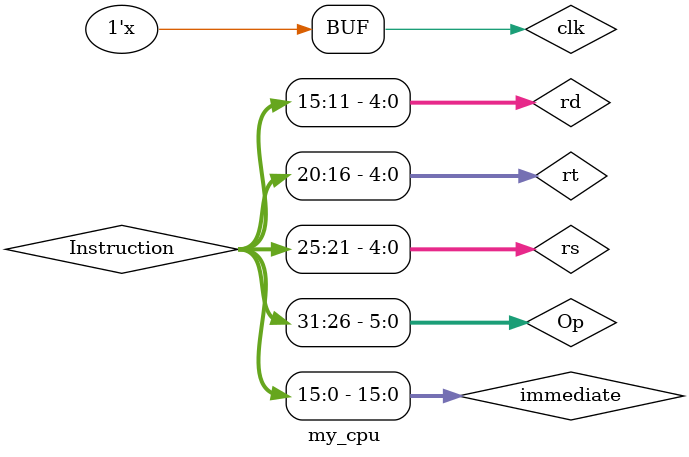
<source format=v>
`timescale 1ns / 1ps

module my_cpu();

//defination of wires and regs
	reg [31:0] PCLine;
	reg clk;
	wire [31:0] Instruction;
	wire [5:0] Op;
	wire [4:0] rs;
	wire [4:0] rt;
	wire [4:0] rd;
	wire [15:0] immediate;
	wire zero;
	wire [31:0] extended_immediate;
	wire [31:0] result;
	wire [31:0] write_data;
	wire [31:0] read_data1;
	wire [31:0] read_data2;
	//wires of control unit
	wire PCWre;
	wire ALUSrcB;
	wire ALUM2Reg;
	wire RegWre;
	wire InsMemRW;
	wire RD;
	wire WR;
	wire ExtSel;
	wire RegDst;
	wire [2:0] ALUOp;
	wire PCSrc; //We will only consider the condition of two cases
//end of defination

	//PC initial
	initial begin
		PCLine = 0;
	end
	//end of PC initial
	

//clock
	initial begin
		clk = 0;
	end
	
	always #500
		clk = ~clk;
//end of clock

//data path

	InstructionMemory instructionmemory(PCLine, Instruction);
	//destruction of instruction
	assign Op = Instruction [31:26];
	assign rs = Instruction [25:21];
	assign rt = Instruction [20:16];
	assign rd = Instruction [15:11];
	assign immediate = Instruction [15:0];
	//end of destruction
	
	
	ControlUnit controlunit(Op, zero, PCWre, ALUSrcB, ALUM2Reg, RegWre,
	                         InsMemRw, RD, WR, ExtSel, RegDst, ALUOp, PCSrc);
	
	RegisterFile registerfile (rs, rt, rd, write_data, clk, RegDst, RegWre,
										read_data1, read_data2);
	
	Extend extend (immediate, ExtSel, extended_immediate);
	
	ALU alu (read_data1, read_data2, extended_immediate, ALUOp, ALUSrcB, zero, result);
	
	DataMemory datamemory (result, read_data2, RD, WR, ALUM2Reg, write_data);
	//PC refresh
	always@(posedge clk) begin
		if (PCWre == 0)
			PCLine <= PCLine;
		else begin
			if(PCSrc == 0)
				PCLine <= PCLine + 4;
			else
				PCLine <= PCLine + 4 + (extended_immediate<<2);
		end
	end
	//end of PC refresh
endmodule

</source>
